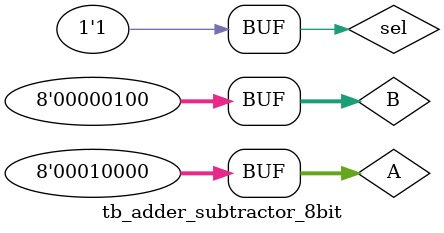
<source format=v>
`timescale 1ns / 1ns
module tb_adder_subtractor_8bit(
    );
	 reg [7:0] A ;
	reg [7:0] B ;
	reg sel ; // 0: add, 1: subtract
	wire [7:0] S ;
	wire cout ;

adder_subtractor_8bit eee1 ( A , B , sel , S , cout ) ;

initial
begin
A=8'b00010100; B=8'b11010100; sel =0;
#100 A=8'b01001100; B=8'b11010101; sel =0;
#100 A=8'b01010110; B=8'b11010000; sel =0;
#100 A=8'b00010101; B=8'b01010000; sel =0;


#100 A=8'b11110100; B=8'b11010110; sel =1;
#100 A=8'b00110100; B=8'b00010100; sel =1;
#100 A=8'b0101011; B=8'b00110100; sel =1;
#100 A=8'b0010000; B=8'b00000100; sel =1;

end


endmodule

</source>
